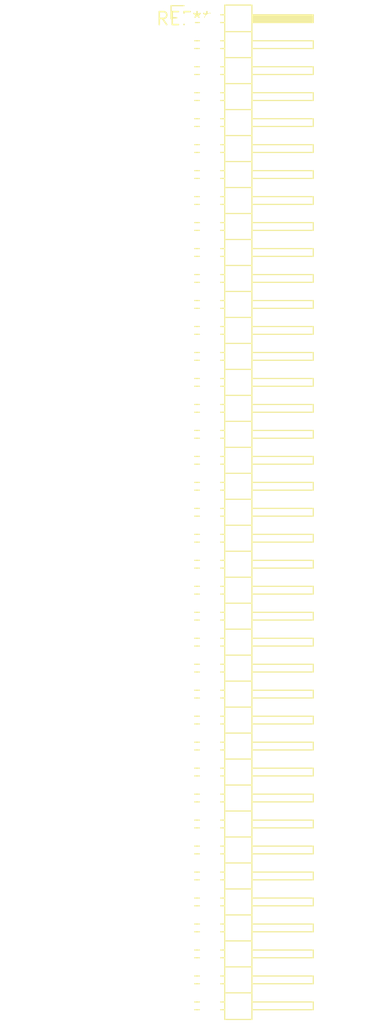
<source format=kicad_pcb>
(kicad_pcb (version 20240108) (generator pcbnew)
  (layers (0 "F.Cu" signal) (31 "B.Cu" signal) (34 "B.Paste" user) (35 "F.Paste" user) (36 "B.SilkS" user "B.Silkscreen") (37 "F.SilkS" user "F.Silkscreen") (38 "B.Mask" user) (39 "F.Mask" user) (44 "Edge.Cuts" user))
  (net 0 "")
  (footprint "PinHeader_2x39_P2.54mm_Horizontal" (layer "F.Cu") (at 0 0)
    (property "Reference" "REF**")
    (property "Value" "PinHeader_2x39_P2.54mm_Horizontal")
    (fp_line (start -1.27 -1.27) (end 0 -1.27) (layer "F.SilkS") (stroke (width 0.12)))
    (fp_line (start -1.27 0) (end -1.27 -1.27) (layer "F.SilkS") (stroke (width 0.12)))
    (fp_line (start 1.042929 2.16) (end 1.497071 2.16) (layer "F.SilkS") (stroke (width 0.12)))
    (fp_line (start 1.042929 2.92) (end 1.497071 2.92) (layer "F.SilkS") (stroke (width 0.12)))
    (fp_line (start 1.042929 4.7) (end 1.497071 4.7) (layer "F.SilkS") (stroke (width 0.12)))
    (fp_line (start 1.042929 5.46) (end 1.497071 5.46) (layer "F.SilkS") (stroke (width 0.12)))
    (fp_line (start 1.042929 7.24) (end 1.497071 7.24) (layer "F.SilkS") (stroke (width 0.12)))
    (fp_line (start 1.042929 8) (end 1.497071 8) (layer "F.SilkS") (stroke (width 0.12)))
    (fp_line (start 1.042929 9.78) (end 1.497071 9.78) (layer "F.SilkS") (stroke (width 0.12)))
    (fp_line (start 1.042929 10.54) (end 1.497071 10.54) (layer "F.SilkS") (stroke (width 0.12)))
    (fp_line (start 1.042929 12.32) (end 1.497071 12.32) (layer "F.SilkS") (stroke (width 0.12)))
    (fp_line (start 1.042929 13.08) (end 1.497071 13.08) (layer "F.SilkS") (stroke (width 0.12)))
    (fp_line (start 1.042929 14.86) (end 1.497071 14.86) (layer "F.SilkS") (stroke (width 0.12)))
    (fp_line (start 1.042929 15.62) (end 1.497071 15.62) (layer "F.SilkS") (stroke (width 0.12)))
    (fp_line (start 1.042929 17.4) (end 1.497071 17.4) (layer "F.SilkS") (stroke (width 0.12)))
    (fp_line (start 1.042929 18.16) (end 1.497071 18.16) (layer "F.SilkS") (stroke (width 0.12)))
    (fp_line (start 1.042929 19.94) (end 1.497071 19.94) (layer "F.SilkS") (stroke (width 0.12)))
    (fp_line (start 1.042929 20.7) (end 1.497071 20.7) (layer "F.SilkS") (stroke (width 0.12)))
    (fp_line (start 1.042929 22.48) (end 1.497071 22.48) (layer "F.SilkS") (stroke (width 0.12)))
    (fp_line (start 1.042929 23.24) (end 1.497071 23.24) (layer "F.SilkS") (stroke (width 0.12)))
    (fp_line (start 1.042929 25.02) (end 1.497071 25.02) (layer "F.SilkS") (stroke (width 0.12)))
    (fp_line (start 1.042929 25.78) (end 1.497071 25.78) (layer "F.SilkS") (stroke (width 0.12)))
    (fp_line (start 1.042929 27.56) (end 1.497071 27.56) (layer "F.SilkS") (stroke (width 0.12)))
    (fp_line (start 1.042929 28.32) (end 1.497071 28.32) (layer "F.SilkS") (stroke (width 0.12)))
    (fp_line (start 1.042929 30.1) (end 1.497071 30.1) (layer "F.SilkS") (stroke (width 0.12)))
    (fp_line (start 1.042929 30.86) (end 1.497071 30.86) (layer "F.SilkS") (stroke (width 0.12)))
    (fp_line (start 1.042929 32.64) (end 1.497071 32.64) (layer "F.SilkS") (stroke (width 0.12)))
    (fp_line (start 1.042929 33.4) (end 1.497071 33.4) (layer "F.SilkS") (stroke (width 0.12)))
    (fp_line (start 1.042929 35.18) (end 1.497071 35.18) (layer "F.SilkS") (stroke (width 0.12)))
    (fp_line (start 1.042929 35.94) (end 1.497071 35.94) (layer "F.SilkS") (stroke (width 0.12)))
    (fp_line (start 1.042929 37.72) (end 1.497071 37.72) (layer "F.SilkS") (stroke (width 0.12)))
    (fp_line (start 1.042929 38.48) (end 1.497071 38.48) (layer "F.SilkS") (stroke (width 0.12)))
    (fp_line (start 1.042929 40.26) (end 1.497071 40.26) (layer "F.SilkS") (stroke (width 0.12)))
    (fp_line (start 1.042929 41.02) (end 1.497071 41.02) (layer "F.SilkS") (stroke (width 0.12)))
    (fp_line (start 1.042929 42.8) (end 1.497071 42.8) (layer "F.SilkS") (stroke (width 0.12)))
    (fp_line (start 1.042929 43.56) (end 1.497071 43.56) (layer "F.SilkS") (stroke (width 0.12)))
    (fp_line (start 1.042929 45.34) (end 1.497071 45.34) (layer "F.SilkS") (stroke (width 0.12)))
    (fp_line (start 1.042929 46.1) (end 1.497071 46.1) (layer "F.SilkS") (stroke (width 0.12)))
    (fp_line (start 1.042929 47.88) (end 1.497071 47.88) (layer "F.SilkS") (stroke (width 0.12)))
    (fp_line (start 1.042929 48.64) (end 1.497071 48.64) (layer "F.SilkS") (stroke (width 0.12)))
    (fp_line (start 1.042929 50.42) (end 1.497071 50.42) (layer "F.SilkS") (stroke (width 0.12)))
    (fp_line (start 1.042929 51.18) (end 1.497071 51.18) (layer "F.SilkS") (stroke (width 0.12)))
    (fp_line (start 1.042929 52.96) (end 1.497071 52.96) (layer "F.SilkS") (stroke (width 0.12)))
    (fp_line (start 1.042929 53.72) (end 1.497071 53.72) (layer "F.SilkS") (stroke (width 0.12)))
    (fp_line (start 1.042929 55.5) (end 1.497071 55.5) (layer "F.SilkS") (stroke (width 0.12)))
    (fp_line (start 1.042929 56.26) (end 1.497071 56.26) (layer "F.SilkS") (stroke (width 0.12)))
    (fp_line (start 1.042929 58.04) (end 1.497071 58.04) (layer "F.SilkS") (stroke (width 0.12)))
    (fp_line (start 1.042929 58.8) (end 1.497071 58.8) (layer "F.SilkS") (stroke (width 0.12)))
    (fp_line (start 1.042929 60.58) (end 1.497071 60.58) (layer "F.SilkS") (stroke (width 0.12)))
    (fp_line (start 1.042929 61.34) (end 1.497071 61.34) (layer "F.SilkS") (stroke (width 0.12)))
    (fp_line (start 1.042929 63.12) (end 1.497071 63.12) (layer "F.SilkS") (stroke (width 0.12)))
    (fp_line (start 1.042929 63.88) (end 1.497071 63.88) (layer "F.SilkS") (stroke (width 0.12)))
    (fp_line (start 1.042929 65.66) (end 1.497071 65.66) (layer "F.SilkS") (stroke (width 0.12)))
    (fp_line (start 1.042929 66.42) (end 1.497071 66.42) (layer "F.SilkS") (stroke (width 0.12)))
    (fp_line (start 1.042929 68.2) (end 1.497071 68.2) (layer "F.SilkS") (stroke (width 0.12)))
    (fp_line (start 1.042929 68.96) (end 1.497071 68.96) (layer "F.SilkS") (stroke (width 0.12)))
    (fp_line (start 1.042929 70.74) (end 1.497071 70.74) (layer "F.SilkS") (stroke (width 0.12)))
    (fp_line (start 1.042929 71.5) (end 1.497071 71.5) (layer "F.SilkS") (stroke (width 0.12)))
    (fp_line (start 1.042929 73.28) (end 1.497071 73.28) (layer "F.SilkS") (stroke (width 0.12)))
    (fp_line (start 1.042929 74.04) (end 1.497071 74.04) (layer "F.SilkS") (stroke (width 0.12)))
    (fp_line (start 1.042929 75.82) (end 1.497071 75.82) (layer "F.SilkS") (stroke (width 0.12)))
    (fp_line (start 1.042929 76.58) (end 1.497071 76.58) (layer "F.SilkS") (stroke (width 0.12)))
    (fp_line (start 1.042929 78.36) (end 1.497071 78.36) (layer "F.SilkS") (stroke (width 0.12)))
    (fp_line (start 1.042929 79.12) (end 1.497071 79.12) (layer "F.SilkS") (stroke (width 0.12)))
    (fp_line (start 1.042929 80.9) (end 1.497071 80.9) (layer "F.SilkS") (stroke (width 0.12)))
    (fp_line (start 1.042929 81.66) (end 1.497071 81.66) (layer "F.SilkS") (stroke (width 0.12)))
    (fp_line (start 1.042929 83.44) (end 1.497071 83.44) (layer "F.SilkS") (stroke (width 0.12)))
    (fp_line (start 1.042929 84.2) (end 1.497071 84.2) (layer "F.SilkS") (stroke (width 0.12)))
    (fp_line (start 1.042929 85.98) (end 1.497071 85.98) (layer "F.SilkS") (stroke (width 0.12)))
    (fp_line (start 1.042929 86.74) (end 1.497071 86.74) (layer "F.SilkS") (stroke (width 0.12)))
    (fp_line (start 1.042929 88.52) (end 1.497071 88.52) (layer "F.SilkS") (stroke (width 0.12)))
    (fp_line (start 1.042929 89.28) (end 1.497071 89.28) (layer "F.SilkS") (stroke (width 0.12)))
    (fp_line (start 1.042929 91.06) (end 1.497071 91.06) (layer "F.SilkS") (stroke (width 0.12)))
    (fp_line (start 1.042929 91.82) (end 1.497071 91.82) (layer "F.SilkS") (stroke (width 0.12)))
    (fp_line (start 1.042929 93.6) (end 1.497071 93.6) (layer "F.SilkS") (stroke (width 0.12)))
    (fp_line (start 1.042929 94.36) (end 1.497071 94.36) (layer "F.SilkS") (stroke (width 0.12)))
    (fp_line (start 1.042929 96.14) (end 1.497071 96.14) (layer "F.SilkS") (stroke (width 0.12)))
    (fp_line (start 1.042929 96.9) (end 1.497071 96.9) (layer "F.SilkS") (stroke (width 0.12)))
    (fp_line (start 1.11 -0.38) (end 1.497071 -0.38) (layer "F.SilkS") (stroke (width 0.12)))
    (fp_line (start 1.11 0.38) (end 1.497071 0.38) (layer "F.SilkS") (stroke (width 0.12)))
    (fp_line (start 3.582929 -0.38) (end 3.98 -0.38) (layer "F.SilkS") (stroke (width 0.12)))
    (fp_line (start 3.582929 0.38) (end 3.98 0.38) (layer "F.SilkS") (stroke (width 0.12)))
    (fp_line (start 3.582929 2.16) (end 3.98 2.16) (layer "F.SilkS") (stroke (width 0.12)))
    (fp_line (start 3.582929 2.92) (end 3.98 2.92) (layer "F.SilkS") (stroke (width 0.12)))
    (fp_line (start 3.582929 4.7) (end 3.98 4.7) (layer "F.SilkS") (stroke (width 0.12)))
    (fp_line (start 3.582929 5.46) (end 3.98 5.46) (layer "F.SilkS") (stroke (width 0.12)))
    (fp_line (start 3.582929 7.24) (end 3.98 7.24) (layer "F.SilkS") (stroke (width 0.12)))
    (fp_line (start 3.582929 8) (end 3.98 8) (layer "F.SilkS") (stroke (width 0.12)))
    (fp_line (start 3.582929 9.78) (end 3.98 9.78) (layer "F.SilkS") (stroke (width 0.12)))
    (fp_line (start 3.582929 10.54) (end 3.98 10.54) (layer "F.SilkS") (stroke (width 0.12)))
    (fp_line (start 3.582929 12.32) (end 3.98 12.32) (layer "F.SilkS") (stroke (width 0.12)))
    (fp_line (start 3.582929 13.08) (end 3.98 13.08) (layer "F.SilkS") (stroke (width 0.12)))
    (fp_line (start 3.582929 14.86) (end 3.98 14.86) (layer "F.SilkS") (stroke (width 0.12)))
    (fp_line (start 3.582929 15.62) (end 3.98 15.62) (layer "F.SilkS") (stroke (width 0.12)))
    (fp_line (start 3.582929 17.4) (end 3.98 17.4) (layer "F.SilkS") (stroke (width 0.12)))
    (fp_line (start 3.582929 18.16) (end 3.98 18.16) (layer "F.SilkS") (stroke (width 0.12)))
    (fp_line (start 3.582929 19.94) (end 3.98 19.94) (layer "F.SilkS") (stroke (width 0.12)))
    (fp_line (start 3.582929 20.7) (end 3.98 20.7) (layer "F.SilkS") (stroke (width 0.12)))
    (fp_line (start 3.582929 22.48) (end 3.98 22.48) (layer "F.SilkS") (stroke (width 0.12)))
    (fp_line (start 3.582929 23.24) (end 3.98 23.24) (layer "F.SilkS") (stroke (width 0.12)))
    (fp_line (start 3.582929 25.02) (end 3.98 25.02) (layer "F.SilkS") (stroke (width 0.12)))
    (fp_line (start 3.582929 25.78) (end 3.98 25.78) (layer "F.SilkS") (stroke (width 0.12)))
    (fp_line (start 3.582929 27.56) (end 3.98 27.56) (layer "F.SilkS") (stroke (width 0.12)))
    (fp_line (start 3.582929 28.32) (end 3.98 28.32) (layer "F.SilkS") (stroke (width 0.12)))
    (fp_line (start 3.582929 30.1) (end 3.98 30.1) (layer "F.SilkS") (stroke (width 0.12)))
    (fp_line (start 3.582929 30.86) (end 3.98 30.86) (layer "F.SilkS") (stroke (width 0.12)))
    (fp_line (start 3.582929 32.64) (end 3.98 32.64) (layer "F.SilkS") (stroke (width 0.12)))
    (fp_line (start 3.582929 33.4) (end 3.98 33.4) (layer "F.SilkS") (stroke (width 0.12)))
    (fp_line (start 3.582929 35.18) (end 3.98 35.18) (layer "F.SilkS") (stroke (width 0.12)))
    (fp_line (start 3.582929 35.94) (end 3.98 35.94) (layer "F.SilkS") (stroke (width 0.12)))
    (fp_line (start 3.582929 37.72) (end 3.98 37.72) (layer "F.SilkS") (stroke (width 0.12)))
    (fp_line (start 3.582929 38.48) (end 3.98 38.48) (layer "F.SilkS") (stroke (width 0.12)))
    (fp_line (start 3.582929 40.26) (end 3.98 40.26) (layer "F.SilkS") (stroke (width 0.12)))
    (fp_line (start 3.582929 41.02) (end 3.98 41.02) (layer "F.SilkS") (stroke (width 0.12)))
    (fp_line (start 3.582929 42.8) (end 3.98 42.8) (layer "F.SilkS") (stroke (width 0.12)))
    (fp_line (start 3.582929 43.56) (end 3.98 43.56) (layer "F.SilkS") (stroke (width 0.12)))
    (fp_line (start 3.582929 45.34) (end 3.98 45.34) (layer "F.SilkS") (stroke (width 0.12)))
    (fp_line (start 3.582929 46.1) (end 3.98 46.1) (layer "F.SilkS") (stroke (width 0.12)))
    (fp_line (start 3.582929 47.88) (end 3.98 47.88) (layer "F.SilkS") (stroke (width 0.12)))
    (fp_line (start 3.582929 48.64) (end 3.98 48.64) (layer "F.SilkS") (stroke (width 0.12)))
    (fp_line (start 3.582929 50.42) (end 3.98 50.42) (layer "F.SilkS") (stroke (width 0.12)))
    (fp_line (start 3.582929 51.18) (end 3.98 51.18) (layer "F.SilkS") (stroke (width 0.12)))
    (fp_line (start 3.582929 52.96) (end 3.98 52.96) (layer "F.SilkS") (stroke (width 0.12)))
    (fp_line (start 3.582929 53.72) (end 3.98 53.72) (layer "F.SilkS") (stroke (width 0.12)))
    (fp_line (start 3.582929 55.5) (end 3.98 55.5) (layer "F.SilkS") (stroke (width 0.12)))
    (fp_line (start 3.582929 56.26) (end 3.98 56.26) (layer "F.SilkS") (stroke (width 0.12)))
    (fp_line (start 3.582929 58.04) (end 3.98 58.04) (layer "F.SilkS") (stroke (width 0.12)))
    (fp_line (start 3.582929 58.8) (end 3.98 58.8) (layer "F.SilkS") (stroke (width 0.12)))
    (fp_line (start 3.582929 60.58) (end 3.98 60.58) (layer "F.SilkS") (stroke (width 0.12)))
    (fp_line (start 3.582929 61.34) (end 3.98 61.34) (layer "F.SilkS") (stroke (width 0.12)))
    (fp_line (start 3.582929 63.12) (end 3.98 63.12) (layer "F.SilkS") (stroke (width 0.12)))
    (fp_line (start 3.582929 63.88) (end 3.98 63.88) (layer "F.SilkS") (stroke (width 0.12)))
    (fp_line (start 3.582929 65.66) (end 3.98 65.66) (layer "F.SilkS") (stroke (width 0.12)))
    (fp_line (start 3.582929 66.42) (end 3.98 66.42) (layer "F.SilkS") (stroke (width 0.12)))
    (fp_line (start 3.582929 68.2) (end 3.98 68.2) (layer "F.SilkS") (stroke (width 0.12)))
    (fp_line (start 3.582929 68.96) (end 3.98 68.96) (layer "F.SilkS") (stroke (width 0.12)))
    (fp_line (start 3.582929 70.74) (end 3.98 70.74) (layer "F.SilkS") (stroke (width 0.12)))
    (fp_line (start 3.582929 71.5) (end 3.98 71.5) (layer "F.SilkS") (stroke (width 0.12)))
    (fp_line (start 3.582929 73.28) (end 3.98 73.28) (layer "F.SilkS") (stroke (width 0.12)))
    (fp_line (start 3.582929 74.04) (end 3.98 74.04) (layer "F.SilkS") (stroke (width 0.12)))
    (fp_line (start 3.582929 75.82) (end 3.98 75.82) (layer "F.SilkS") (stroke (width 0.12)))
    (fp_line (start 3.582929 76.58) (end 3.98 76.58) (layer "F.SilkS") (stroke (width 0.12)))
    (fp_line (start 3.582929 78.36) (end 3.98 78.36) (layer "F.SilkS") (stroke (width 0.12)))
    (fp_line (start 3.582929 79.12) (end 3.98 79.12) (layer "F.SilkS") (stroke (width 0.12)))
    (fp_line (start 3.582929 80.9) (end 3.98 80.9) (layer "F.SilkS") (stroke (width 0.12)))
    (fp_line (start 3.582929 81.66) (end 3.98 81.66) (layer "F.SilkS") (stroke (width 0.12)))
    (fp_line (start 3.582929 83.44) (end 3.98 83.44) (layer "F.SilkS") (stroke (width 0.12)))
    (fp_line (start 3.582929 84.2) (end 3.98 84.2) (layer "F.SilkS") (stroke (width 0.12)))
    (fp_line (start 3.582929 85.98) (end 3.98 85.98) (layer "F.SilkS") (stroke (width 0.12)))
    (fp_line (start 3.582929 86.74) (end 3.98 86.74) (layer "F.SilkS") (stroke (width 0.12)))
    (fp_line (start 3.582929 88.52) (end 3.98 88.52) (layer "F.SilkS") (stroke (width 0.12)))
    (fp_line (start 3.582929 89.28) (end 3.98 89.28) (layer "F.SilkS") (stroke (width 0.12)))
    (fp_line (start 3.582929 91.06) (end 3.98 91.06) (layer "F.SilkS") (stroke (width 0.12)))
    (fp_line (start 3.582929 91.82) (end 3.98 91.82) (layer "F.SilkS") (stroke (width 0.12)))
    (fp_line (start 3.582929 93.6) (end 3.98 93.6) (layer "F.SilkS") (stroke (width 0.12)))
    (fp_line (start 3.582929 94.36) (end 3.98 94.36) (layer "F.SilkS") (stroke (width 0.12)))
    (fp_line (start 3.582929 96.14) (end 3.98 96.14) (layer "F.SilkS") (stroke (width 0.12)))
    (fp_line (start 3.582929 96.9) (end 3.98 96.9) (layer "F.SilkS") (stroke (width 0.12)))
    (fp_line (start 3.98 -1.33) (end 3.98 97.85) (layer "F.SilkS") (stroke (width 0.12)))
    (fp_line (start 3.98 1.27) (end 6.64 1.27) (layer "F.SilkS") (stroke (width 0.12)))
    (fp_line (start 3.98 3.81) (end 6.64 3.81) (layer "F.SilkS") (stroke (width 0.12)))
    (fp_line (start 3.98 6.35) (end 6.64 6.35) (layer "F.SilkS") (stroke (width 0.12)))
    (fp_line (start 3.98 8.89) (end 6.64 8.89) (layer "F.SilkS") (stroke (width 0.12)))
    (fp_line (start 3.98 11.43) (end 6.64 11.43) (layer "F.SilkS") (stroke (width 0.12)))
    (fp_line (start 3.98 13.97) (end 6.64 13.97) (layer "F.SilkS") (stroke (width 0.12)))
    (fp_line (start 3.98 16.51) (end 6.64 16.51) (layer "F.SilkS") (stroke (width 0.12)))
    (fp_line (start 3.98 19.05) (end 6.64 19.05) (layer "F.SilkS") (stroke (width 0.12)))
    (fp_line (start 3.98 21.59) (end 6.64 21.59) (layer "F.SilkS") (stroke (width 0.12)))
    (fp_line (start 3.98 24.13) (end 6.64 24.13) (layer "F.SilkS") (stroke (width 0.12)))
    (fp_line (start 3.98 26.67) (end 6.64 26.67) (layer "F.SilkS") (stroke (width 0.12)))
    (fp_line (start 3.98 29.21) (end 6.64 29.21) (layer "F.SilkS") (stroke (width 0.12)))
    (fp_line (start 3.98 31.75) (end 6.64 31.75) (layer "F.SilkS") (stroke (width 0.12)))
    (fp_line (start 3.98 34.29) (end 6.64 34.29) (layer "F.SilkS") (stroke (width 0.12)))
    (fp_line (start 3.98 36.83) (end 6.64 36.83) (layer "F.SilkS") (stroke (width 0.12)))
    (fp_line (start 3.98 39.37) (end 6.64 39.37) (layer "F.SilkS") (stroke (width 0.12)))
    (fp_line (start 3.98 41.91) (end 6.64 41.91) (layer "F.SilkS") (stroke (width 0.12)))
    (fp_line (start 3.98 44.45) (end 6.64 44.45) (layer "F.SilkS") (stroke (width 0.12)))
    (fp_line (start 3.98 46.99) (end 6.64 46.99) (layer "F.SilkS") (stroke (width 0.12)))
    (fp_line (start 3.98 49.53) (end 6.64 49.53) (layer "F.SilkS") (stroke (width 0.12)))
    (fp_line (start 3.98 52.07) (end 6.64 52.07) (layer "F.SilkS") (stroke (width 0.12)))
    (fp_line (start 3.98 54.61) (end 6.64 54.61) (layer "F.SilkS") (stroke (width 0.12)))
    (fp_line (start 3.98 57.15) (end 6.64 57.15) (layer "F.SilkS") (stroke (width 0.12)))
    (fp_line (start 3.98 59.69) (end 6.64 59.69) (layer "F.SilkS") (stroke (width 0.12)))
    (fp_line (start 3.98 62.23) (end 6.64 62.23) (layer "F.SilkS") (stroke (width 0.12)))
    (fp_line (start 3.98 64.77) (end 6.64 64.77) (layer "F.SilkS") (stroke (width 0.12)))
    (fp_line (start 3.98 67.31) (end 6.64 67.31) (layer "F.SilkS") (stroke (width 0.12)))
    (fp_line (start 3.98 69.85) (end 6.64 69.85) (layer "F.SilkS") (stroke (width 0.12)))
    (fp_line (start 3.98 72.39) (end 6.64 72.39) (layer "F.SilkS") (stroke (width 0.12)))
    (fp_line (start 3.98 74.93) (end 6.64 74.93) (layer "F.SilkS") (stroke (width 0.12)))
    (fp_line (start 3.98 77.47) (end 6.64 77.47) (layer "F.SilkS") (stroke (width 0.12)))
    (fp_line (start 3.98 80.01) (end 6.64 80.01) (layer "F.SilkS") (stroke (width 0.12)))
    (fp_line (start 3.98 82.55) (end 6.64 82.55) (layer "F.SilkS") (stroke (width 0.12)))
    (fp_line (start 3.98 85.09) (end 6.64 85.09) (layer "F.SilkS") (stroke (width 0.12)))
    (fp_line (start 3.98 87.63) (end 6.64 87.63) (layer "F.SilkS") (stroke (width 0.12)))
    (fp_line (start 3.98 90.17) (end 6.64 90.17) (layer "F.SilkS") (stroke (width 0.12)))
    (fp_line (start 3.98 92.71) (end 6.64 92.71) (layer "F.SilkS") (stroke (width 0.12)))
    (fp_line (start 3.98 95.25) (end 6.64 95.25) (layer "F.SilkS") (stroke (width 0.12)))
    (fp_line (start 3.98 97.85) (end 6.64 97.85) (layer "F.SilkS") (stroke (width 0.12)))
    (fp_line (start 6.64 -1.33) (end 3.98 -1.33) (layer "F.SilkS") (stroke (width 0.12)))
    (fp_line (start 6.64 -0.38) (end 12.64 -0.38) (layer "F.SilkS") (stroke (width 0.12)))
    (fp_line (start 6.64 -0.32) (end 12.64 -0.32) (layer "F.SilkS") (stroke (width 0.12)))
    (fp_line (start 6.64 -0.2) (end 12.64 -0.2) (layer "F.SilkS") (stroke (width 0.12)))
    (fp_line (start 6.64 -0.08) (end 12.64 -0.08) (layer "F.SilkS") (stroke (width 0.12)))
    (fp_line (start 6.64 0.04) (end 12.64 0.04) (layer "F.SilkS") (stroke (width 0.12)))
    (fp_line (start 6.64 0.16) (end 12.64 0.16) (layer "F.SilkS") (stroke (width 0.12)))
    (fp_line (start 6.64 0.28) (end 12.64 0.28) (layer "F.SilkS") (stroke (width 0.12)))
    (fp_line (start 6.64 2.16) (end 12.64 2.16) (layer "F.SilkS") (stroke (width 0.12)))
    (fp_line (start 6.64 4.7) (end 12.64 4.7) (layer "F.SilkS") (stroke (width 0.12)))
    (fp_line (start 6.64 7.24) (end 12.64 7.24) (layer "F.SilkS") (stroke (width 0.12)))
    (fp_line (start 6.64 9.78) (end 12.64 9.78) (layer "F.SilkS") (stroke (width 0.12)))
    (fp_line (start 6.64 12.32) (end 12.64 12.32) (layer "F.SilkS") (stroke (width 0.12)))
    (fp_line (start 6.64 14.86) (end 12.64 14.86) (layer "F.SilkS") (stroke (width 0.12)))
    (fp_line (start 6.64 17.4) (end 12.64 17.4) (layer "F.SilkS") (stroke (width 0.12)))
    (fp_line (start 6.64 19.94) (end 12.64 19.94) (layer "F.SilkS") (stroke (width 0.12)))
    (fp_line (start 6.64 22.48) (end 12.64 22.48) (layer "F.SilkS") (stroke (width 0.12)))
    (fp_line (start 6.64 25.02) (end 12.64 25.02) (layer "F.SilkS") (stroke (width 0.12)))
    (fp_line (start 6.64 27.56) (end 12.64 27.56) (layer "F.SilkS") (stroke (width 0.12)))
    (fp_line (start 6.64 30.1) (end 12.64 30.1) (layer "F.SilkS") (stroke (width 0.12)))
    (fp_line (start 6.64 32.64) (end 12.64 32.64) (layer "F.SilkS") (stroke (width 0.12)))
    (fp_line (start 6.64 35.18) (end 12.64 35.18) (layer "F.SilkS") (stroke (width 0.12)))
    (fp_line (start 6.64 37.72) (end 12.64 37.72) (layer "F.SilkS") (stroke (width 0.12)))
    (fp_line (start 6.64 40.26) (end 12.64 40.26) (layer "F.SilkS") (stroke (width 0.12)))
    (fp_line (start 6.64 42.8) (end 12.64 42.8) (layer "F.SilkS") (stroke (width 0.12)))
    (fp_line (start 6.64 45.34) (end 12.64 45.34) (layer "F.SilkS") (stroke (width 0.12)))
    (fp_line (start 6.64 47.88) (end 12.64 47.88) (layer "F.SilkS") (stroke (width 0.12)))
    (fp_line (start 6.64 50.42) (end 12.64 50.42) (layer "F.SilkS") (stroke (width 0.12)))
    (fp_line (start 6.64 52.96) (end 12.64 52.96) (layer "F.SilkS") (stroke (width 0.12)))
    (fp_line (start 6.64 55.5) (end 12.64 55.5) (layer "F.SilkS") (stroke (width 0.12)))
    (fp_line (start 6.64 58.04) (end 12.64 58.04) (layer "F.SilkS") (stroke (width 0.12)))
    (fp_line (start 6.64 60.58) (end 12.64 60.58) (layer "F.SilkS") (stroke (width 0.12)))
    (fp_line (start 6.64 63.12) (end 12.64 63.12) (layer "F.SilkS") (stroke (width 0.12)))
    (fp_line (start 6.64 65.66) (end 12.64 65.66) (layer "F.SilkS") (stroke (width 0.12)))
    (fp_line (start 6.64 68.2) (end 12.64 68.2) (layer "F.SilkS") (stroke (width 0.12)))
    (fp_line (start 6.64 70.74) (end 12.64 70.74) (layer "F.SilkS") (stroke (width 0.12)))
    (fp_line (start 6.64 73.28) (end 12.64 73.28) (layer "F.SilkS") (stroke (width 0.12)))
    (fp_line (start 6.64 75.82) (end 12.64 75.82) (layer "F.SilkS") (stroke (width 0.12)))
    (fp_line (start 6.64 78.36) (end 12.64 78.36) (layer "F.SilkS") (stroke (width 0.12)))
    (fp_line (start 6.64 80.9) (end 12.64 80.9) (layer "F.SilkS") (stroke (width 0.12)))
    (fp_line (start 6.64 83.44) (end 12.64 83.44) (layer "F.SilkS") (stroke (width 0.12)))
    (fp_line (start 6.64 85.98) (end 12.64 85.98) (layer "F.SilkS") (stroke (width 0.12)))
    (fp_line (start 6.64 88.52) (end 12.64 88.52) (layer "F.SilkS") (stroke (width 0.12)))
    (fp_line (start 6.64 91.06) (end 12.64 91.06) (layer "F.SilkS") (stroke (width 0.12)))
    (fp_line (start 6.64 93.6) (end 12.64 93.6) (layer "F.SilkS") (stroke (width 0.12)))
    (fp_line (start 6.64 96.14) (end 12.64 96.14) (layer "F.SilkS") (stroke (width 0.12)))
    (fp_line (start 6.64 97.85) (end 6.64 -1.33) (layer "F.SilkS") (stroke (width 0.12)))
    (fp_line (start 12.64 -0.38) (end 12.64 0.38) (layer "F.SilkS") (stroke (width 0.12)))
    (fp_line (start 12.64 0.38) (end 6.64 0.38) (layer "F.SilkS") (stroke (width 0.12)))
    (fp_line (start 12.64 2.16) (end 12.64 2.92) (layer "F.SilkS") (stroke (width 0.12)))
    (fp_line (start 12.64 2.92) (end 6.64 2.92) (layer "F.SilkS") (stroke (width 0.12)))
    (fp_line (start 12.64 4.7) (end 12.64 5.46) (layer "F.SilkS") (stroke (width 0.12)))
    (fp_line (start 12.64 5.46) (end 6.64 5.46) (layer "F.SilkS") (stroke (width 0.12)))
    (fp_line (start 12.64 7.24) (end 12.64 8) (layer "F.SilkS") (stroke (width 0.12)))
    (fp_line (start 12.64 8) (end 6.64 8) (layer "F.SilkS") (stroke (width 0.12)))
    (fp_line (start 12.64 9.78) (end 12.64 10.54) (layer "F.SilkS") (stroke (width 0.12)))
    (fp_line (start 12.64 10.54) (end 6.64 10.54) (layer "F.SilkS") (stroke (width 0.12)))
    (fp_line (start 12.64 12.32) (end 12.64 13.08) (layer "F.SilkS") (stroke (width 0.12)))
    (fp_line (start 12.64 13.08) (end 6.64 13.08) (layer "F.SilkS") (stroke (width 0.12)))
    (fp_line (start 12.64 14.86) (end 12.64 15.62) (layer "F.SilkS") (stroke (width 0.12)))
    (fp_line (start 12.64 15.62) (end 6.64 15.62) (layer "F.SilkS") (stroke (width 0.12)))
    (fp_line (start 12.64 17.4) (end 12.64 18.16) (layer "F.SilkS") (stroke (width 0.12)))
    (fp_line (start 12.64 18.16) (end 6.64 18.16) (layer "F.SilkS") (stroke (width 0.12)))
    (fp_line (start 12.64 19.94) (end 12.64 20.7) (layer "F.SilkS") (stroke (width 0.12)))
    (fp_line (start 12.64 20.7) (end 6.64 20.7) (layer "F.SilkS") (stroke (width 0.12)))
    (fp_line (start 12.64 22.48) (end 12.64 23.24) (layer "F.SilkS") (stroke (width 0.12)))
    (fp_line (start 12.64 23.24) (end 6.64 23.24) (layer "F.SilkS") (stroke (width 0.12)))
    (fp_line (start 12.64 25.02) (end 12.64 25.78) (layer "F.SilkS") (stroke (width 0.12)))
    (fp_line (start 12.64 25.78) (end 6.64 25.78) (layer "F.SilkS") (stroke (width 0.12)))
    (fp_line (start 12.64 27.56) (end 12.64 28.32) (layer "F.SilkS") (stroke (width 0.12)))
    (fp_line (start 12.64 28.32) (end 6.64 28.32) (layer "F.SilkS") (stroke (width 0.12)))
    (fp_line (start 12.64 30.1) (end 12.64 30.86) (layer "F.SilkS") (stroke (width 0.12)))
    (fp_line (start 12.64 30.86) (end 6.64 30.86) (layer "F.SilkS") (stroke (width 0.12)))
    (fp_line (start 12.64 32.64) (end 12.64 33.4) (layer "F.SilkS") (stroke (width 0.12)))
    (fp_line (start 12.64 33.4) (end 6.64 33.4) (layer "F.SilkS") (stroke (width 0.12)))
    (fp_line (start 12.64 35.18) (end 12.64 35.94) (layer "F.SilkS") (stroke (width 0.12)))
    (fp_line (start 12.64 35.94) (end 6.64 35.94) (layer "F.SilkS") (stroke (width 0.12)))
    (fp_line (start 12.64 37.72) (end 12.64 38.48) (layer "F.SilkS") (stroke (width 0.12)))
    (fp_line (start 12.64 38.48) (end 6.64 38.48) (layer "F.SilkS") (stroke (width 0.12)))
    (fp_line (start 12.64 40.26) (end 12.64 41.02) (layer "F.SilkS") (stroke (width 0.12)))
    (fp_line (start 12.64 41.02) (end 6.64 41.02) (layer "F.SilkS") (stroke (width 0.12)))
    (fp_line (start 12.64 42.8) (end 12.64 43.56) (layer "F.SilkS") (stroke (width 0.12)))
    (fp_line (start 12.64 43.56) (end 6.64 43.56) (layer "F.SilkS") (stroke (width 0.12)))
    (fp_line (start 12.64 45.34) (end 12.64 46.1) (layer "F.SilkS") (stroke (width 0.12)))
    (fp_line (start 12.64 46.1) (end 6.64 46.1) (layer "F.SilkS") (stroke (width 0.12)))
    (fp_line (start 12.64 47.88) (end 12.64 48.64) (layer "F.SilkS") (stroke (width 0.12)))
    (fp_line (start 12.64 48.64) (end 6.64 48.64) (layer "F.SilkS") (stroke (width 0.12)))
    (fp_line (start 12.64 50.42) (end 12.64 51.18) (layer "F.SilkS") (stroke (width 0.12)))
    (fp_line (start 12.64 51.18) (end 6.64 51.18) (layer "F.SilkS") (stroke (width 0.12)))
    (fp_line (start 12.64 52.96) (end 12.64 53.72) (layer "F.SilkS") (stroke (width 0.12)))
    (fp_line (start 12.64 53.72) (end 6.64 53.72) (layer "F.SilkS") (stroke (width 0.12)))
    (fp_line (start 12.64 55.5) (end 12.64 56.26) (layer "F.SilkS") (stroke (width 0.12)))
    (fp_line (start 12.64 56.26) (end 6.64 56.26) (layer "F.SilkS") (stroke (width 0.12)))
    (fp_line (start 12.64 58.04) (end 12.64 58.8) (layer "F.SilkS") (stroke (width 0.12)))
    (fp_line (start 12.64 58.8) (end 6.64 58.8) (layer "F.SilkS") (stroke (width 0.12)))
    (fp_line (start 12.64 60.58) (end 12.64 61.34) (layer "F.SilkS") (stroke (width 0.12)))
    (fp_line (start 12.64 61.34) (end 6.64 61.34) (layer "F.SilkS") (stroke (width 0.12)))
    (fp_line (start 12.64 63.12) (end 12.64 63.88) (layer "F.SilkS") (stroke (width 0.12)))
    (fp_line (start 12.64 63.88) (end 6.64 63.88) (layer "F.SilkS") (stroke (width 0.12)))
    (fp_line (start 12.64 65.66) (end 12.64 66.42) (layer "F.SilkS") (stroke (width 0.12)))
    (fp_line (start 12.64 66.42) (end 6.64 66.42) (layer "F.SilkS") (stroke (width 0.12)))
    (fp_line (start 12.64 68.2) (end 12.64 68.96) (layer "F.SilkS") (stroke (width 0.12)))
    (fp_line (start 12.64 68.96) (end 6.64 68.96) (layer "F.SilkS") (stroke (width 0.12)))
    (fp_line (start 12.64 70.74) (end 12.64 71.5) (layer "F.SilkS") (stroke (width 0.12)))
    (fp_line (start 12.64 71.5) (end 6.64 71.5) (layer "F.SilkS") (stroke (width 0.12)))
    (fp_line (start 12.64 73.28) (end 12.64 74.04) (layer "F.SilkS") (stroke (width 0.12)))
    (fp_line (start 12.64 74.04) (end 6.64 74.04) (layer "F.SilkS") (stroke (width 0.12)))
    (fp_line (start 12.64 75.82) (end 12.64 76.58) (layer "F.SilkS") (stroke (width 0.12)))
    (fp_line (start 12.64 76.58) (end 6.64 76.58) (layer "F.SilkS") (stroke (width 0.12)))
    (fp_line (start 12.64 78.36) (end 12.64 79.12) (layer "F.SilkS") (stroke (width 0.12)))
    (fp_line (start 12.64 79.12) (end 6.64 79.12) (layer "F.SilkS") (stroke (width 0.12)))
    (fp_line (start 12.64 80.9) (end 12.64 81.66) (layer "F.SilkS") (stroke (width 0.12)))
    (fp_line (start 12.64 81.66) (end 6.64 81.66) (layer "F.SilkS") (stroke (width 0.12)))
    (fp_line (start 12.64 83.44) (end 12.64 84.2) (layer "F.SilkS") (stroke (width 0.12)))
    (fp_line (start 12.64 84.2) (end 6.64 84.2) (layer "F.SilkS") (stroke (width 0.12)))
    (fp_line (start 12.64 85.98) (end 12.64 86.74) (layer "F.SilkS") (stroke (width 0.12)))
    (fp_line (start 12.64 86.74) (end 6.64 86.74) (layer "F.SilkS") (stroke (width 0.12)))
    (fp_line (start 12.64 88.52) (end 12.64 89.28) (layer "F.SilkS") (stroke (width 0.12)))
    (fp_line (start 12.64 89.28) (end 6.64 89.28) (layer "F.SilkS") (stroke (width 0.12)))
    (fp_line (start 12.64 91.06) (end 12.64 91.82) (layer "F.SilkS") (stroke (width 0.12)))
    (fp_line (start 12.64 91.82) (end 6.64 91.82) (layer "F.SilkS") (stroke (width 0.12)))
    (fp_line (start 12.64 93.6) (end 12.64 94.36) (layer "F.SilkS") (stroke (width 0.12)))
    (fp_line (start 12.64 94.36) (end 6.64 94.36) (layer "F.SilkS") (stroke (width 0.12)))
    (fp_line (start 12.64 96.14) (end 12.64 96.9) (layer "F.SilkS") (stroke (width 0.12)))
    (fp_line (start 12.64 96.9) (end 6.64 96.9) (layer "F.SilkS") (stroke (width 0.12)))
    (pad "1" thru_hole rect (at 0 0) (size 1.7 1.7) (drill 1) (layers *.Cu *.Mask) (remove_unused_layers))
    (pad "2" thru_hole oval (at 2.54 0) (size 1.7 1.7) (drill 1) (layers *.Cu *.Mask) (remove_unused_layers))
    (pad "3" thru_hole oval (at 0 2.54) (size 1.7 1.7) (drill 1) (layers *.Cu *.Mask) (remove_unused_layers))
    (pad "4" thru_hole oval (at 2.54 2.54) (size 1.7 1.7) (drill 1) (layers *.Cu *.Mask) (remove_unused_layers))
    (pad "5" thru_hole oval (at 0 5.08) (size 1.7 1.7) (drill 1) (layers *.Cu *.Mask) (remove_unused_layers))
    (pad "6" thru_hole oval (at 2.54 5.08) (size 1.7 1.7) (drill 1) (layers *.Cu *.Mask) (remove_unused_layers))
    (pad "7" thru_hole oval (at 0 7.62) (size 1.7 1.7) (drill 1) (layers *.Cu *.Mask) (remove_unused_layers))
    (pad "8" thru_hole oval (at 2.54 7.62) (size 1.7 1.7) (drill 1) (layers *.Cu *.Mask) (remove_unused_layers))
    (pad "9" thru_hole oval (at 0 10.16) (size 1.7 1.7) (drill 1) (layers *.Cu *.Mask) (remove_unused_layers))
    (pad "10" thru_hole oval (at 2.54 10.16) (size 1.7 1.7) (drill 1) (layers *.Cu *.Mask) (remove_unused_layers))
    (pad "11" thru_hole oval (at 0 12.7) (size 1.7 1.7) (drill 1) (layers *.Cu *.Mask) (remove_unused_layers))
    (pad "12" thru_hole oval (at 2.54 12.7) (size 1.7 1.7) (drill 1) (layers *.Cu *.Mask) (remove_unused_layers))
    (pad "13" thru_hole oval (at 0 15.24) (size 1.7 1.7) (drill 1) (layers *.Cu *.Mask) (remove_unused_layers))
    (pad "14" thru_hole oval (at 2.54 15.24) (size 1.7 1.7) (drill 1) (layers *.Cu *.Mask) (remove_unused_layers))
    (pad "15" thru_hole oval (at 0 17.78) (size 1.7 1.7) (drill 1) (layers *.Cu *.Mask) (remove_unused_layers))
    (pad "16" thru_hole oval (at 2.54 17.78) (size 1.7 1.7) (drill 1) (layers *.Cu *.Mask) (remove_unused_layers))
    (pad "17" thru_hole oval (at 0 20.32) (size 1.7 1.7) (drill 1) (layers *.Cu *.Mask) (remove_unused_layers))
    (pad "18" thru_hole oval (at 2.54 20.32) (size 1.7 1.7) (drill 1) (layers *.Cu *.Mask) (remove_unused_layers))
    (pad "19" thru_hole oval (at 0 22.86) (size 1.7 1.7) (drill 1) (layers *.Cu *.Mask) (remove_unused_layers))
    (pad "20" thru_hole oval (at 2.54 22.86) (size 1.7 1.7) (drill 1) (layers *.Cu *.Mask) (remove_unused_layers))
    (pad "21" thru_hole oval (at 0 25.4) (size 1.7 1.7) (drill 1) (layers *.Cu *.Mask) (remove_unused_layers))
    (pad "22" thru_hole oval (at 2.54 25.4) (size 1.7 1.7) (drill 1) (layers *.Cu *.Mask) (remove_unused_layers))
    (pad "23" thru_hole oval (at 0 27.94) (size 1.7 1.7) (drill 1) (layers *.Cu *.Mask) (remove_unused_layers))
    (pad "24" thru_hole oval (at 2.54 27.94) (size 1.7 1.7) (drill 1) (layers *.Cu *.Mask) (remove_unused_layers))
    (pad "25" thru_hole oval (at 0 30.48) (size 1.7 1.7) (drill 1) (layers *.Cu *.Mask) (remove_unused_layers))
    (pad "26" thru_hole oval (at 2.54 30.48) (size 1.7 1.7) (drill 1) (layers *.Cu *.Mask) (remove_unused_layers))
    (pad "27" thru_hole oval (at 0 33.02) (size 1.7 1.7) (drill 1) (layers *.Cu *.Mask) (remove_unused_layers))
    (pad "28" thru_hole oval (at 2.54 33.02) (size 1.7 1.7) (drill 1) (layers *.Cu *.Mask) (remove_unused_layers))
    (pad "29" thru_hole oval (at 0 35.56) (size 1.7 1.7) (drill 1) (layers *.Cu *.Mask) (remove_unused_layers))
    (pad "30" thru_hole oval (at 2.54 35.56) (size 1.7 1.7) (drill 1) (layers *.Cu *.Mask) (remove_unused_layers))
    (pad "31" thru_hole oval (at 0 38.1) (size 1.7 1.7) (drill 1) (layers *.Cu *.Mask) (remove_unused_layers))
    (pad "32" thru_hole oval (at 2.54 38.1) (size 1.7 1.7) (drill 1) (layers *.Cu *.Mask) (remove_unused_layers))
    (pad "33" thru_hole oval (at 0 40.64) (size 1.7 1.7) (drill 1) (layers *.Cu *.Mask) (remove_unused_layers))
    (pad "34" thru_hole oval (at 2.54 40.64) (size 1.7 1.7) (drill 1) (layers *.Cu *.Mask) (remove_unused_layers))
    (pad "35" thru_hole oval (at 0 43.18) (size 1.7 1.7) (drill 1) (layers *.Cu *.Mask) (remove_unused_layers))
    (pad "36" thru_hole oval (at 2.54 43.18) (size 1.7 1.7) (drill 1) (layers *.Cu *.Mask) (remove_unused_layers))
    (pad "37" thru_hole oval (at 0 45.72) (size 1.7 1.7) (drill 1) (layers *.Cu *.Mask) (remove_unused_layers))
    (pad "38" thru_hole oval (at 2.54 45.72) (size 1.7 1.7) (drill 1) (layers *.Cu *.Mask) (remove_unused_layers))
    (pad "39" thru_hole oval (at 0 48.26) (size 1.7 1.7) (drill 1) (layers *.Cu *.Mask) (remove_unused_layers))
    (pad "40" thru_hole oval (at 2.54 48.26) (size 1.7 1.7) (drill 1) (layers *.Cu *.Mask) (remove_unused_layers))
    (pad "41" thru_hole oval (at 0 50.8) (size 1.7 1.7) (drill 1) (layers *.Cu *.Mask) (remove_unused_layers))
    (pad "42" thru_hole oval (at 2.54 50.8) (size 1.7 1.7) (drill 1) (layers *.Cu *.Mask) (remove_unused_layers))
    (pad "43" thru_hole oval (at 0 53.34) (size 1.7 1.7) (drill 1) (layers *.Cu *.Mask) (remove_unused_layers))
    (pad "44" thru_hole oval (at 2.54 53.34) (size 1.7 1.7) (drill 1) (layers *.Cu *.Mask) (remove_unused_layers))
    (pad "45" thru_hole oval (at 0 55.88) (size 1.7 1.7) (drill 1) (layers *.Cu *.Mask) (remove_unused_layers))
    (pad "46" thru_hole oval (at 2.54 55.88) (size 1.7 1.7) (drill 1) (layers *.Cu *.Mask) (remove_unused_layers))
    (pad "47" thru_hole oval (at 0 58.42) (size 1.7 1.7) (drill 1) (layers *.Cu *.Mask) (remove_unused_layers))
    (pad "48" thru_hole oval (at 2.54 58.42) (size 1.7 1.7) (drill 1) (layers *.Cu *.Mask) (remove_unused_layers))
    (pad "49" thru_hole oval (at 0 60.96) (size 1.7 1.7) (drill 1) (layers *.Cu *.Mask) (remove_unused_layers))
    (pad "50" thru_hole oval (at 2.54 60.96) (size 1.7 1.7) (drill 1) (layers *.Cu *.Mask) (remove_unused_layers))
    (pad "51" thru_hole oval (at 0 63.5) (size 1.7 1.7) (drill 1) (layers *.Cu *.Mask) (remove_unused_layers))
    (pad "52" thru_hole oval (at 2.54 63.5) (size 1.7 1.7) (drill 1) (layers *.Cu *.Mask) (remove_unused_layers))
    (pad "53" thru_hole oval (at 0 66.04) (size 1.7 1.7) (drill 1) (layers *.Cu *.Mask) (remove_unused_layers))
    (pad "54" thru_hole oval (at 2.54 66.04) (size 1.7 1.7) (drill 1) (layers *.Cu *.Mask) (remove_unused_layers))
    (pad "55" thru_hole oval (at 0 68.58) (size 1.7 1.7) (drill 1) (layers *.Cu *.Mask) (remove_unused_layers))
    (pad "56" thru_hole oval (at 2.54 68.58) (size 1.7 1.7) (drill 1) (layers *.Cu *.Mask) (remove_unused_layers))
    (pad "57" thru_hole oval (at 0 71.12) (size 1.7 1.7) (drill 1) (layers *.Cu *.Mask) (remove_unused_layers))
    (pad "58" thru_hole oval (at 2.54 71.12) (size 1.7 1.7) (drill 1) (layers *.Cu *.Mask) (remove_unused_layers))
    (pad "59" thru_hole oval (at 0 73.66) (size 1.7 1.7) (drill 1) (layers *.Cu *.Mask) (remove_unused_layers))
    (pad "60" thru_hole oval (at 2.54 73.66) (size 1.7 1.7) (drill 1) (layers *.Cu *.Mask) (remove_unused_layers))
    (pad "61" thru_hole oval (at 0 76.2) (size 1.7 1.7) (drill 1) (layers *.Cu *.Mask) (remove_unused_layers))
    (pad "62" thru_hole oval (at 2.54 76.2) (size 1.7 1.7) (drill 1) (layers *.Cu *.Mask) (remove_unused_layers))
    (pad "63" thru_hole oval (at 0 78.74) (size 1.7 1.7) (drill 1) (layers *.Cu *.Mask) (remove_unused_layers))
    (pad "64" thru_hole oval (at 2.54 78.74) (size 1.7 1.7) (drill 1) (layers *.Cu *.Mask) (remove_unused_layers))
    (pad "65" thru_hole oval (at 0 81.28) (size 1.7 1.7) (drill 1) (layers *.Cu *.Mask) (remove_unused_layers))
    (pad "66" thru_hole oval (at 2.54 81.28) (size 1.7 1.7) (drill 1) (layers *.Cu *.Mask) (remove_unused_layers))
    (pad "67" thru_hole oval (at 0 83.82) (size 1.7 1.7) (drill 1) (layers *.Cu *.Mask) (remove_unused_layers))
    (pad "68" thru_hole oval (at 2.54 83.82) (size 1.7 1.7) (drill 1) (layers *.Cu *.Mask) (remove_unused_layers))
    (pad "69" thru_hole oval (at 0 86.36) (size 1.7 1.7) (drill 1) (layers *.Cu *.Mask) (remove_unused_layers))
    (pad "70" thru_hole oval (at 2.54 86.36) (size 1.7 1.7) (drill 1) (layers *.Cu *.Mask) (remove_unused_layers))
    (pad "71" thru_hole oval (at 0 88.9) (size 1.7 1.7) (drill 1) (layers *.Cu *.Mask) (remove_unused_layers))
    (pad "72" thru_hole oval (at 2.54 88.9) (size 1.7 1.7) (drill 1) (layers *.Cu *.Mask) (remove_unused_layers))
    (pad "73" thru_hole oval (at 0 91.44) (size 1.7 1.7) (drill 1) (layers *.Cu *.Mask) (remove_unused_layers))
    (pad "74" thru_hole oval (at 2.54 91.44) (size 1.7 1.7) (drill 1) (layers *.Cu *.Mask) (remove_unused_layers))
    (pad "75" thru_hole oval (at 0 93.98) (size 1.7 1.7) (drill 1) (layers *.Cu *.Mask) (remove_unused_layers))
    (pad "76" thru_hole oval (at 2.54 93.98) (size 1.7 1.7) (drill 1) (layers *.Cu *.Mask) (remove_unused_layers))
    (pad "77" thru_hole oval (at 0 96.52) (size 1.7 1.7) (drill 1) (layers *.Cu *.Mask) (remove_unused_layers))
    (pad "78" thru_hole oval (at 2.54 96.52) (size 1.7 1.7) (drill 1) (layers *.Cu *.Mask) (remove_unused_layers))
  )
)
</source>
